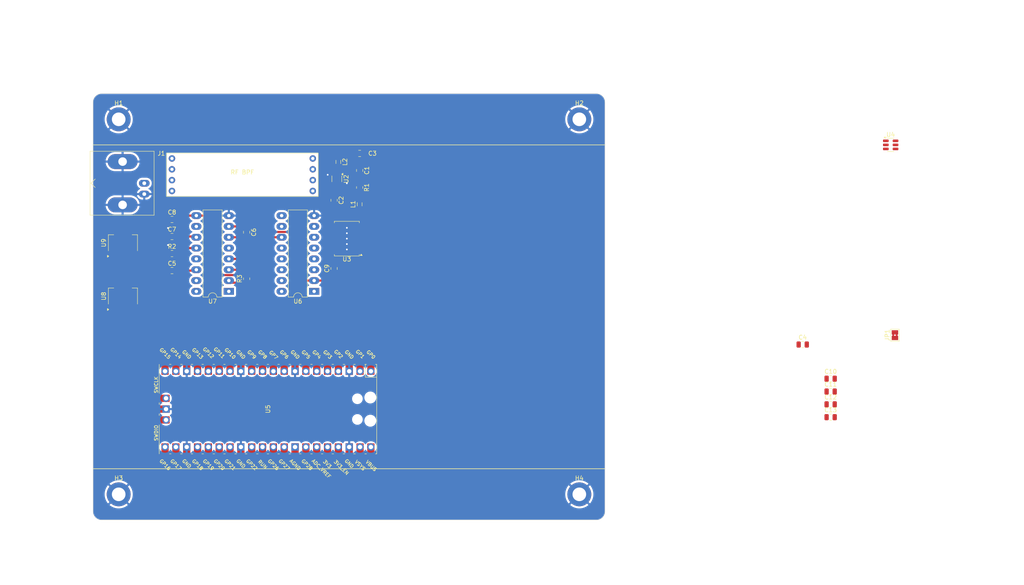
<source format=kicad_pcb>
(kicad_pcb (version 20240108) (generator "pcbnew") (generator_version "8.0")
  (title_block (title "MSR-20") (date "2024-03-29") (rev "1"))
  (layers (0 "F.Cu" signal) (31 "B.Cu" signal) (34 "B.Paste" user) (35 "F.Paste" user) (36 "B.SilkS" user "B.Silkscreen") (37 "F.SilkS" user "F.Silkscreen") (38 "B.Mask" user) (39 "F.Mask" user) (44 "Edge.Cuts" user))
  (net 0 "")
  (net 1 "GND")
  (net 2 "Net-(J1-In)")
  (net 3 "Net-(C3-Pad1)")
  (net 4 "Net-(U2-OUT)")
  (net 5 "Net-(U2-IN)")
  (net 6 "ADC-SCK")
  (net 7 "ADC-CS")
  (net 8 "+3.3V")
  (net 9 "Net-(C1-Pad2)")
  (net 10 "ADC-SDA")
  (net 11 "Net-(U6-Qd)")
  (net 13 "+5V")
  (net 18 "Net-(U6-CLK)")
  (net 22 "Net-(U7-SIG)")
  (net 23 "Net-(U7-VCO-I)")
  (net 25 "Net-(U7-C1A)")
  (net 27 "Net-(U7-PC1)")
  (net 29 "Net-(U7-R2)")
  (net 30 "Net-(U7-C1B)")
  (net 31 "Net-(U7-R1)")
  (net 34 "VIN")
  (net 35 "Net-(U3-RF)")
  (net 36 "Net-(U3-IF)")
  (net 38 "/Phase-Locked Loop/PLL-IN")
  (net 39 "/Phase-Locked Loop/PLL-OUT")
  (net 46 "Net-(JP1-A)")
  (footprint "RF_Mini-Circuits:Mini-Circuits_CD636_H4.11mm" (layer "F.Cu") (at 99.5 84 180)
    (property "Reference" "U3" (at 0 -4.826 180) (layer "F.SilkS"))
    (property "Value" "ADE-1+")
    (pad "1" smd rect (at -2.54 -2.54 180) (size 2.54 1.65) (layers "F.Cu" "F.Paste" "F.Mask") (net 1 "GND"))
    (pad "2" smd rect (at -2.54 0 180) (size 2.54 1.65) (layers "F.Cu" "F.Paste" "F.Mask") (net 36 "Net-(U3-IF)"))
    (pad "3" smd rect (at -2.54 2.54 180) (size 2.54 1.65) (layers "F.Cu" "F.Paste" "F.Mask") (net 35 "Net-(U3-RF)"))
    (pad "4" smd rect (at 2.54 2.54 180) (size 2.54 1.65) (layers "F.Cu" "F.Paste" "F.Mask") (net 1 "GND"))
    (pad "5" smd rect (at 2.54 0 180) (size 2.54 1.65) (layers "F.Cu" "F.Paste" "F.Mask") (net 1 "GND"))
    (pad "6" smd rect (at 2.54 -2.54 180) (size 2.54 1.65) (layers "F.Cu" "F.Paste" "F.Mask") (net 39 "/Phase-Locked Loop/PLL-OUT"))
  )
  (footprint "Capacitor_SMD:C_0805_2012Metric" (layer "F.Cu") (at 96.5 75 -90)
    (property "Reference" "C2" (at 0 -1.68 90) (layer "F.SilkS"))
    (property "Value" "2.2u")
    (pad "1" smd roundrect (at -0.95 0 270) (size 1 1.45) (layers "F.Cu" "F.Paste" "F.Mask") (net 4 "Net-(U2-OUT)"))
    (pad "2" smd roundrect (at 0.95 0 270) (size 1 1.45) (layers "F.Cu" "F.Paste" "F.Mask") (net 35 "Net-(U3-RF)"))
  )
  (footprint "MCU_RaspberryPi_and_Boards:RPi_Pico_SMD_TH" (layer "F.Cu") (at 81 124 -90)
    (property "Reference" "U5" (at 0 0 90) (layer "F.SilkS"))
    (property "Value" "Pico")
    (fp_text user "GP3" (at -12.8 -13.97 135) (layer "F.SilkS") (effects (font (size 0.8 0.8))))
    (fp_text user "GP7" (at -12.7 -1.3 135) (layer "F.SilkS") (effects (font (size 0.8 0.8))))
    (fp_text user "GP11" (at -13.2 11.43 135) (layer "F.SilkS") (effects (font (size 0.8 0.8))))
    (fp_text user "GP15" (at -13.054 24.13 135) (layer "F.SilkS") (effects (font (size 0.8 0.8))))
    (fp_text user "VSYS" (at 13.2 -21.59 135) (layer "F.SilkS") (effects (font (size 0.8 0.8))))
    (fp_text user "SWCLK" (at -5.7 26.2 90) (layer "F.SilkS") (effects (font (size 0.8 0.8))))
    (fp_text user "GP20" (at 13.054 11.43 135) (layer "F.SilkS") (effects (font (size 0.8 0.8))))
    (fp_text user "VBUS" (at 13.3 -24.2 135) (layer "F.SilkS") (effects (font (size 0.8 0.8))))
    (fp_text user "GP12" (at -13.2 13.97 135) (layer "F.SilkS") (effects (font (size 0.8 0.8))))
    (fp_text user "GP21" (at 13.054 8.9 135) (layer "F.SilkS") (effects (font (size 0.8 0.8))))
    (fp_text user "GP2" (at -12.9 -16.51 135) (layer "F.SilkS") (effects (font (size 0.8 0.8))))
    (fp_text user "GND" (at 12.8 -19.05 135) (layer "F.SilkS") (effects (font (size 0.8 0.8))))
    (fp_text user "GP4" (at -12.8 -11.43 135) (layer "F.SilkS") (effects (font (size 0.8 0.8))))
    (fp_text user "GP17" (at 13.054 21.59 135) (layer "F.SilkS") (effects (font (size 0.8 0.8))))
    (fp_text user "GP13" (at -13.054 16.51 135) (layer "F.SilkS") (effects (font (size 0.8 0.8))))
    (fp_text user "GP22" (at 13.054 3.81 135) (layer "F.SilkS") (effects (font (size 0.8 0.8))))
    (fp_text user "GP18" (at 13.054 16.51 135) (layer "F.SilkS") (effects (font (size 0.8 0.8))))
    (fp_text user "GP10" (at -13.054 8.89 135) (layer "F.SilkS") (effects (font (size 0.8 0.8))))
    (fp_text user "GP14" (at -13.1 21.59 135) (layer "F.SilkS") (effects (font (size 0.8 0.8))))
    (fp_text user "GP6" (at -12.8 -3.81 135) (layer "F.SilkS") (effects (font (size 0.8 0.8))))
    (fp_text user "GP19" (at 13.054 13.97 135) (layer "F.SilkS") (effects (font (size 0.8 0.8))))
    (fp_text user "GP16" (at 13.054 24.13 135) (layer "F.SilkS") (effects (font (size 0.8 0.8))))
    (fp_text user "GND" (at -12.8 -19.05 135) (layer "F.SilkS") (effects (font (size 0.8 0.8))))
    (fp_text user "GND" (at 12.8 6.35 135) (layer "F.SilkS") (effects (font (size 0.8 0.8))))
    (fp_text user "ADC_VREF" (at 14 -12.5 135) (layer "F.SilkS") (effects (font (size 0.8 0.8))))
    (fp_text user "GND" (at -12.8 6.35 135) (layer "F.SilkS") (effects (font (size 0.8 0.8))))
    (fp_text user "GND" (at -12.8 19.05 135) (layer "F.SilkS") (effects (font (size 0.8 0.8))))
    (fp_text user "GP28" (at 13.054 -9.144 135) (layer "F.SilkS") (effects (font (size 0.8 0.8))))
    (fp_text user "3V3" (at 12.9 -13.9 135) (layer "F.SilkS") (effects (font (size 0.8 0.8))))
    (fp_text user "3V3_EN" (at 13.7 -17.2 135) (layer "F.SilkS") (effects (font (size 0.8 0.8))))
    (fp_text user "GP5" (at -12.8 -8.89 135) (layer "F.SilkS") (effects (font (size 0.8 0.8))))
    (fp_text user "GND" (at -12.8 -6.35 135) (layer "F.SilkS") (effects (font (size 0.8 0.8))))
    (fp_text user "AGND" (at 13.054 -6.35 135) (layer "F.SilkS") (effects (font (size 0.8 0.8))))
    (fp_text user "GP8" (at -12.8 1.27 135) (layer "F.SilkS") (effects (font (size 0.8 0.8))))
    (fp_text user "GP1" (at -12.9 -21.6 135) (layer "F.SilkS") (effects (font (size 0.8 0.8))))
    (fp_text user "GP26" (at 13.054 -1.27 135) (layer "F.SilkS") (effects (font (size 0.8 0.8))))
    (fp_text user "GP9" (at -12.8 3.81 135) (layer "F.SilkS") (effects (font (size 0.8 0.8))))
    (fp_text user "RUN" (at 13 1.27 135) (layer "F.SilkS") (effects (font (size 0.8 0.8))))
    (fp_text user "GP27" (at 13.054 -3.8 135) (layer "F.SilkS") (effects (font (size 0.8 0.8))))
    (fp_text user "GP0" (at -12.8 -24.13 135) (layer "F.SilkS") (effects (font (size 0.8 0.8))))
    (fp_text user "SWDIO" (at 5.6 26.2 90) (layer "F.SilkS") (effects (font (size 0.8 0.8))))
    (fp_text user "GND" (at 12.8 19.05 135) (layer "F.SilkS") (effects (font (size 0.8 0.8))))
    (pad "" np_thru_hole oval (at -2.725 -24 270) (size 1.8 1.8) (drill 1.8) (layers "*.Cu" "*.Mask"))
    (pad "" np_thru_hole oval (at -2.425 -20.97 270) (size 1.5 1.5) (drill 1.5) (layers "*.Cu" "*.Mask"))
    (pad "" np_thru_hole oval (at 2.425 -20.97 270) (size 1.5 1.5) (drill 1.5) (layers "*.Cu" "*.Mask"))
    (pad "" np_thru_hole oval (at 2.725 -24 270) (size 1.8 1.8) (drill 1.8) (layers "*.Cu" "*.Mask"))
    (pad "1" thru_hole oval (at -8.89 -24.13 270) (size 1.7 1.7) (drill 1.02) (layers "*.Cu" "*.Mask"))
    (pad "1" smd rect (at -8.89 -24.13 270) (size 3.5 1.7) (drill (offset -0.9 0)) (layers "F.Cu" "F.Mask"))
    (pad "2" thru_hole oval (at -8.89 -21.59 270) (size 1.7 1.7) (drill 1.02) (layers "*.Cu" "*.Mask"))
    (pad "2" smd rect (at -8.89 -21.59 270) (size 3.5 1.7) (drill (offset -0.9 0)) (layers "F.Cu" "F.Mask"))
    (pad "3" thru_hole rect (at -8.89 -19.05 270) (size 1.7 1.7) (drill 1.02) (layers "*.Cu" "*.Mask") (net 1 "GND"))
    (pad "3" smd rect (at -8.89 -19.05 270) (size 3.5 1.7) (drill (offset -0.9 0)) (layers "F.Cu" "F.Mask") (net 1 "GND"))
    (pad "4" thru_hole oval (at -8.89 -16.51 270) (size 1.7 1.7) (drill 1.02) (layers "*.Cu" "*.Mask"))
    (pad "4" smd rect (at -8.89 -16.51 270) (size 3.5 1.7) (drill (offset -0.9 0)) (layers "F.Cu" "F.Mask"))
    (pad "5" thru_hole oval (at -8.89 -13.97 270) (size 1.7 1.7) (drill 1.02) (layers "*.Cu" "*.Mask"))
    (pad "5" smd rect (at -8.89 -13.97 270) (size 3.5 1.7) (drill (offset -0.9 0)) (layers "F.Cu" "F.Mask"))
    (pad "6" thru_hole oval (at -8.89 -11.43 270) (size 1.7 1.7) (drill 1.02) (layers "*.Cu" "*.Mask"))
    (pad "6" smd rect (at -8.89 -11.43 270) (size 3.5 1.7) (drill (offset -0.9 0)) (layers "F.Cu" "F.Mask"))
    (pad "7" thru_hole oval (at -8.89 -8.89 270) (size 1.7 1.7) (drill 1.02) (layers "*.Cu" "*.Mask"))
    (pad "7" smd rect (at -8.89 -8.89 270) (size 3.5 1.7) (drill (offset -0.9 0)) (layers "F.Cu" "F.Mask"))
    (pad "8" thru_hole rect (at -8.89 -6.35 270) (size 1.7 1.7) (drill 1.02) (layers "*.Cu" "*.Mask") (net 1 "GND"))
    (pad "8" smd rect (at -8.89 -6.35 270) (size 3.5 1.7) (drill (offset -0.9 0)) (layers "F.Cu" "F.Mask") (net 1 "GND"))
    (pad "9" thru_hole oval (at -8.89 -3.81 270) (size 1.7 1.7) (drill 1.02) (layers "*.Cu" "*.Mask"))
    (pad "9" smd rect (at -8.89 -3.81 270) (size 3.5 1.7) (drill (offset -0.9 0)) (layers "F.Cu" "F.Mask"))
    (pad "10" thru_hole oval (at -8.89 -1.27 270) (size 1.7 1.7) (drill 1.02) (layers "*.Cu" "*.Mask"))
    (pad "10" smd rect (at -8.89 -1.27 270) (size 3.5 1.7) (drill (offset -0.9 0)) (layers "F.Cu" "F.Mask"))
    (pad "11" thru_hole oval (at -8.89 1.27 270) (size 1.7 1.7) (drill 1.02) (layers "*.Cu" "*.Mask"))
    (pad "11" smd rect (at -8.89 1.27 270) (size 3.5 1.7) (drill (offset -0.9 0)) (layers "F.Cu" "F.Mask"))
    (pad "12" thru_hole oval (at -8.89 3.81 270) (size 1.7 1.7) (drill 1.02) (layers "*.Cu" "*.Mask"))
    (pad "12" smd rect (at -8.89 3.81 270) (size 3.5 1.7) (drill (offset -0.9 0)) (layers "F.Cu" "F.Mask"))
    (pad "13" thru_hole rect (at -8.89 6.35 270) (size 1.7 1.7) (drill 1.02) (layers "*.Cu" "*.Mask") (net 1 "GND"))
    (pad "13" smd rect (at -8.89 6.35 270) (size 3.5 1.7) (drill (offset -0.9 0)) (layers "F.Cu" "F.Mask") (net 1 "GND"))
    (pad "14" thru_hole oval (at -8.89 8.89 270) (size 1.7 1.7) (drill 1.02) (layers "*.Cu" "*.Mask"))
    (pad "14" smd rect (at -8.89 8.89 270) (size 3.5 1.7) (drill (offset -0.9 0)) (layers "F.Cu" "F.Mask"))
    (pad "15" thru_hole oval (at -8.89 11.43 270) (size 1.7 1.7) (drill 1.02) (layers "*.Cu" "*.Mask"))
    (pad "15" smd rect (at -8.89 11.43 270) (size 3.5 1.7) (drill (offset -0.9 0)) (layers "F.Cu" "F.Mask"))
    (pad "16" thru_hole oval (at -8.89 13.97 270) (size 1.7 1.7) (drill 1.02) (layers "*.Cu" "*.Mask"))
    (pad "16" smd rect (at -8.89 13.97 270) (size 3.5 1.7) (drill (offset -0.9 0)) (layers "F.Cu" "F.Mask"))
    (pad "17" thru_hole oval (at -8.89 16.51 270) (size 1.7 1.7) (drill 1.02) (layers "*.Cu" "*.Mask"))
    (pad "17" smd rect (at -8.89 16.51 270) (size 3.5 1.7) (drill (offset -0.9 0)) (layers "F.Cu" "F.Mask"))
    (pad "18" thru_hole rect (at -8.89 19.05 270) (size 1.7 1.7) (drill 1.02) (layers "*.Cu" "*.Mask") (net 1 "GND"))
    (pad "18" smd rect (at -8.89 19.05 270) (size 3.5 1.7) (drill (offset -0.9 0)) (layers "F.Cu" "F.Mask") (net 1 "GND"))
    (pad "19" thru_hole oval (at -8.89 21.59 270) (size 1.7 1.7) (drill 1.02) (layers "*.Cu" "*.Mask"))
    (pad "19" smd rect (at -8.89 21.59 270) (size 3.5 1.7) (drill (offset -0.9 0)) (layers "F.Cu" "F.Mask"))
    (pad "20" thru_hole oval (at -8.89 24.13 270) (size 1.7 1.7) (drill 1.02) (layers "*.Cu" "*.Mask"))
    (pad "20" smd rect (at -8.89 24.13 270) (size 3.5 1.7) (drill (offset -0.9 0)) (layers "F.Cu" "F.Mask"))
    (pad "21" thru_hole oval (at 8.89 24.13 270) (size 1.7 1.7) (drill 1.02) (layers "*.Cu" "*.Mask") (net 10 "ADC-SDA"))
    (pad "21" smd rect (at 8.89 24.13 270) (size 3.5 1.7) (drill (offset 0.9 0)) (layers "F.Cu" "F.Mask") (net 10 "ADC-SDA"))
    (pad "22" thru_hole oval (at 8.89 21.59 270) (size 1.7 1.7) (drill 1.02) (layers "*.Cu" "*.Mask"))
    (pad "22" smd rect (at 8.89 21.59 270) (size 3.5 1.7) (drill (offset 0.9 0)) (layers "F.Cu" "F.Mask"))
    (pad "23" thru_hole rect (at 8.89 19.05 270) (size 1.7 1.7) (drill 1.02) (layers "*.Cu" "*.Mask") (net 1 "GND"))
    (pad "23" smd rect (at 8.89 19.05 270) (size 3.5 1.7) (drill (offset 0.9 0)) (layers "F.Cu" "F.Mask") (net 1 "GND"))
    (pad "24" thru_hole oval (at 8.89 16.51 270) (size 1.7 1.7) (drill 1.02) (layers "*.Cu" "*.Mask") (net 6 "ADC-SCK"))
    (pad "24" smd rect (at 8.89 16.51 270) (size 3.5 1.7) (drill (offset 0.9 0)) (layers "F.Cu" "F.Mask") (net 6 "ADC-SCK"))
    (pad "25" thru_hole oval (at 8.89 13.97 270) (size 1.7 1.7) (drill 1.02) (layers "*.Cu" "*.Mask") (net 7 "ADC-CS"))
    (pad "25" smd rect (at 8.89 13.97 270) (size 3.5 1.7) (drill (offset 0.9 0)) (layers "F.Cu" "F.Mask") (net 7 "ADC-CS"))
    (pad "26" thru_hole oval (at 8.89 11.43 270) (size 1.7 1.7) (drill 1.02) (layers "*.Cu" "*.Mask"))
    (pad "26" smd rect (at 8.89 11.43 270) (size 3.5 1.7) (drill (offset 0.9 0)) (layers "F.Cu" "F.Mask"))
    (pad "27" thru_hole oval (at 8.89 8.89 270) (size 1.7 1.7) (drill 1.02) (layers "*.Cu" "*.Mask"))
    (pad "27" smd rect (at 8.89 8.89 270) (size 3.5 1.7) (drill (offset 0.9 0)) (layers "F.Cu" "F.Mask"))
    (pad "28" thru_hole rect (at 8.89 6.35 270) (size 1.7 1.7) (drill 1.02) (layers "*.Cu" "*.Mask") (net 1 "GND"))
    (pad "28" smd rect (at 8.89 6.35 270) (size 3.5 1.7) (drill (offset 0.9 0)) (layers "F.Cu" "F.Mask") (net 1 "GND"))
    (pad "29" thru_hole oval (at 8.89 3.81 270) (size 1.7 1.7) (drill 1.02) (layers "*.Cu" "*.Mask"))
    (pad "29" smd rect (at 8.89 3.81 270) (size 3.5 1.7) (drill (offset 0.9 0)) (layers "F.Cu" "F.Mask"))
    (pad "30" thru_hole oval (at 8.89 1.27 270) (size 1.7 1.7) (drill 1.02) (layers "*.Cu" "*.Mask"))
    (pad "30" smd rect (at 8.89 1.27 270) (size 3.5 1.7) (drill (offset 0.9 0)) (layers "F.Cu" "F.Mask"))
    (pad "31" thru_hole oval (at 8.89 -1.27 270) (size 1.7 1.7) (drill 1.02) (layers "*.Cu" "*.Mask"))
    (pad "31" smd rect (at 8.89 -1.27 270) (size 3.5 1.7) (drill (offset 0.9 0)) (layers "F.Cu" "F.Mask"))
    (pad "32" thru_hole oval (at 8.89 -3.81 270) (size 1.7 1.7) (drill 1.02) (layers "*.Cu" "*.Mask"))
    (pad "32" smd rect (at 8.89 -3.81 270) (size 3.5 1.7) (drill (offset 0.9 0)) (layers "F.Cu" "F.Mask"))
    (pad "33" thru_hole rect (at 8.89 -6.35 270) (size 1.7 1.7) (drill 1.02) (layers "*.Cu" "*.Mask") (net 46 "Net-(JP1-A)"))
    (pad "33" smd rect (at 8.89 -6.35 270) (size 3.5 1.7) (drill (offset 0.9 0)) (layers "F.Cu" "F.Mask") (net 46 "Net-(JP1-A)"))
    (pad "34" thru_hole oval (at 8.89 -8.89 270) (size 1.7 1.7) (drill 1.02) (layers "*.Cu" "*.Mask"))
    (pad "34" smd rect (at 8.89 -8.89 270) (size 3.5 1.7) (drill (offset 0.9 0)) (layers "F.Cu" "F.Mask"))
    (pad "35" thru_hole oval (at 8.89 -11.43 270) (size 1.7 1.7) (drill 1.02) (layers "*.Cu" "*.Mask"))
    (pad "35" smd rect (at 8.89 -11.43 270) (size 3.5 1.7) (drill (offset 0.9 0)) (layers "F.Cu" "F.Mask"))
    (pad "36" thru_hole oval (at 8.89 -13.97 270) (size 1.7 1.7) (drill 1.02) (layers "*.Cu" "*.Mask"))
    (pad "36" smd rect (at 8.89 -13.97 270) (size 3.5 1.7) (drill (offset 0.9 0)) (layers "F.Cu" "F.Mask"))
    (pad "37" thru_hole oval (at 8.89 -16.51 270) (size 1.7 1.7) (drill 1.02) (layers "*.Cu" "*.Mask"))
    (pad "37" smd rect (at 8.89 -16.51 270) (size 3.5 1.7) (drill (offset 0.9 0)) (layers "F.Cu" "F.Mask"))
    (pad "38" thru_hole rect (at 8.89 -19.05 270) (size 1.7 1.7) (drill 1.02) (layers "*.Cu" "*.Mask") (net 1 "GND"))
    (pad "38" smd rect (at 8.89 -19.05 270) (size 3.5 1.7) (drill (offset 0.9 0)) (layers "F.Cu" "F.Mask") (net 1 "GND"))
    (pad "39" thru_hole oval (at 8.89 -21.59 270) (size 1.7 1.7) (drill 1.02) (layers "*.Cu" "*.Mask"))
    (pad "39" smd rect (at 8.89 -21.59 270) (size 3.5 1.7) (drill (offset 0.9 0)) (layers "F.Cu" "F.Mask"))
    (pad "40" thru_hole oval (at 8.89 -24.13 270) (size 1.7 1.7) (drill 1.02) (layers "*.Cu" "*.Mask"))
    (pad "40" smd rect (at 8.89 -24.13 270) (size 3.5 1.7) (drill (offset 0.9 0)) (layers "F.Cu" "F.Mask"))
    (pad "41" thru_hole oval (at -2.54 23.9 270) (size 1.7 1.7) (drill 1.02) (layers "*.Cu" "*.Mask"))
    (pad "41" smd rect (at -2.54 23.9) (size 3.5 1.7) (drill (offset -0.9 0)) (layers "F.Cu" "F.Mask"))
    (pad "42" thru_hole rect (at 0 23.9 270) (size 1.7 1.7) (drill 1.02) (layers "*.Cu" "*.Mask") (net 1 "GND"))
    (pad "42" smd rect (at 0 23.9) (size 3.5 1.7) (drill (offset -0.9 0)) (layers "F.Cu" "F.Mask") (net 1 "GND"))
    (pad "43" thru_hole oval (at 2.54 23.9 270) (size 1.7 1.7) (drill 1.02) (layers "*.Cu" "*.Mask"))
    (pad "43" smd rect (at 2.54 23.9) (size 3.5 1.7) (drill (offset -0.9 0)) (layers "F.Cu" "F.Mask"))
  )
  (footprint "Capacitor_SMD:C_0805_2012Metric" (layer "F.Cu") (at 212.925 116.865)
    (property "Reference" "C10" (at 0 -1.68 0) (layer "F.SilkS"))
    (property "Value" "1u")
    (pad "1" smd roundrect (at -0.95 0) (size 1 1.45) (layers "F.Cu" "F.Paste" "F.Mask") (net 34 "VIN"))
    (pad "2" smd roundrect (at 0.95 0) (size 1 1.45) (layers "F.Cu" "F.Paste" "F.Mask") (net 1 "GND"))
  )
  (footprint "Package_TO_SOT_SMD:SOT-23-6" (layer "F.Cu") (at 227 62)
    (property "Reference" "U4" (at 0 -2.4 0) (layer "F.SilkS"))
    (property "Value" "AD7478")
    (pad "1" smd roundrect (at -1.1375 -0.95) (size 1.325 0.6) (layers "F.Cu" "F.Paste" "F.Mask") (net 8 "+3.3V"))
    (pad "2" smd roundrect (at -1.1375 0) (size 1.325 0.6) (layers "F.Cu" "F.Paste" "F.Mask") (net 1 "GND"))
    (pad "3" smd roundrect (at -1.1375 0.95) (size 1.325 0.6) (layers "F.Cu" "F.Paste" "F.Mask"))
    (pad "4" smd roundrect (at 1.1375 0.95) (size 1.325 0.6) (layers "F.Cu" "F.Paste" "F.Mask") (net 6 "ADC-SCK"))
    (pad "5" smd roundrect (at 1.1375 0) (size 1.325 0.6) (layers "F.Cu" "F.Paste" "F.Mask") (net 10 "ADC-SDA"))
    (pad "6" smd roundrect (at 1.1375 -0.95) (size 1.325 0.6) (layers "F.Cu" "F.Paste" "F.Mask") (net 7 "ADC-CS"))
  )
  (footprint "Inductor_SMD:L_0805_2012Metric" (layer "F.Cu") (at 102.5 75.9375 90)
    (property "Reference" "L1" (at 0 -1.55 270) (layer "F.SilkS"))
    (property "Value" "5.1n")
    (pad "1" smd roundrect (at -1.0625 0 90) (size 0.875 1.2) (layers "F.Cu" "F.Paste" "F.Mask") (net 8 "+3.3V"))
    (pad "2" smd roundrect (at 1.0625 0 90) (size 0.875 1.2) (layers "F.Cu" "F.Paste" "F.Mask") (net 4 "Net-(U2-OUT)"))
  )
  (footprint "MountingHole:MountingHole_3.2mm_M3_DIN965_Pad" (layer "F.Cu") (at 154 144)
    (property "Reference" "H4" (at 0 -3.8 0) (layer "F.SilkS"))
    (property "Value" "MountingHole_Pad")
    (pad "1" thru_hole circle (at 0 0) (size 5.6 5.6) (drill 3.2) (layers "*.Cu" "*.Mask") (net 1 "GND"))
  )
  (footprint "Inductor_SMD:L_0805_2012Metric" (layer "F.Cu") (at 97.5 66 -90)
    (property "Reference" "L2" (at 0 -1.55 90) (layer "F.SilkS"))
    (property "Value" "15u")
    (pad "1" smd roundrect (at -1.0625 0 270) (size 0.875 1.2) (layers "F.Cu" "F.Paste" "F.Mask") (net 3 "Net-(C3-Pad1)"))
    (pad "2" smd roundrect (at 1.0625 0 270) (size 0.875 1.2) (layers "F.Cu" "F.Paste" "F.Mask") (net 5 "Net-(U2-IN)"))
  )
  (footprint "Capacitor_SMD:C_0805_2012Metric" (layer "F.Cu") (at 102.5 68 -90)
    (property "Reference" "C1" (at 0 -1.68 90) (layer "F.SilkS"))
    (property "Value" "200n")
    (pad "1" smd roundrect (at -0.95 0 270) (size 1 1.45) (layers "F.Cu" "F.Paste" "F.Mask") (net 5 "Net-(U2-IN)"))
    (pad "2" smd roundrect (at 0.95 0 270) (size 1 1.45) (layers "F.Cu" "F.Paste" "F.Mask") (net 9 "Net-(C1-Pad2)"))
  )
  (footprint "Resistor_SMD:R_0805_2012Metric" (layer "F.Cu") (at 102.5 72 -90)
    (property "Reference" "R1" (at 0 -1.65 90) (layer "F.SilkS"))
    (property "Value" "1.5k")
    (pad "1" smd roundrect (at -0.9125 0 270) (size 1.025 1.4) (layers "F.Cu" "F.Paste" "F.Mask") (roundrect_rratio 0.243902) (net 9 "Net-(C1-Pad2)"))
    (pad "2" smd roundrect (at 0.9125 0 270) (size 1.025 1.4) (layers "F.Cu" "F.Paste" "F.Mask") (roundrect_rratio 0.243902) (net 4 "Net-(U2-OUT)"))
  )
  (footprint "Capacitor_SMD:C_0805_2012Metric" (layer "F.Cu") (at 212.925 122.885)
    (property "Reference" "C12" (at 0 -1.68 0) (layer "F.SilkS"))
    (property "Value" "1u")
    (pad "1" smd roundrect (at -0.95 0) (size 1 1.45) (layers "F.Cu" "F.Paste" "F.Mask") (net 34 "VIN"))
    (pad "2" smd roundrect (at 0.95 0) (size 1 1.45) (layers "F.Cu" "F.Paste" "F.Mask") (net 1 "GND"))
  )
  (footprint "Jumper:SolderJumper-2_P1.3mm_Bridged2Bar_Pad1.0x1.5mm" (layer "F.Cu") (at 228 106.65 90)
    (property "Reference" "JP1" (at 0 -1.8 270) (layer "F.SilkS"))
    (property "Value" "SolderJumper_2_Open")
    (fp_poly (pts (xy -0.25 -0.6) (xy 0.25 -0.6) (xy 0.25 -0.2) (xy -0.25 -0.2)) (fill solid) (layer "F.Cu"))
    (fp_poly (pts (xy -0.25 0.2) (xy 0.25 0.2) (xy 0.25 0.6) (xy -0.25 0.6)) (fill solid) (layer "F.Cu"))
    (pad "1" smd rect (at -0.65 0 90) (size 1 1.5) (layers "F.Cu" "F.Mask") (net 46 "Net-(JP1-A)"))
    (pad "2" smd rect (at 0.65 0 90) (size 1 1.5) (layers "F.Cu" "F.Mask") (net 1 "GND"))
  )
  (footprint "Capacitor_SMD:C_0805_2012Metric" (layer "F.Cu") (at 96.5 91 90)
    (property "Reference" "C9" (at 0 -1.68 270) (layer "F.SilkS"))
    (property "Value" "1n")
    (pad "1" smd roundrect (at -0.95 0 90) (size 1 1.45) (layers "F.Cu" "F.Paste" "F.Mask") (net 18 "Net-(U6-CLK)"))
    (pad "2" smd roundrect (at 0.95 0 90) (size 1 1.45) (layers "F.Cu" "F.Paste" "F.Mask") (net 39 "/Phase-Locked Loop/PLL-OUT"))
  )
  (footprint "Capacitor_SMD:C_0805_2012Metric" (layer "F.Cu") (at 76 82.5 -90)
    (property "Reference" "C6" (at 0 -1.68 90) (layer "F.SilkS"))
    (property "Value" "47p")
    (pad "1" smd roundrect (at -0.95 0 270) (size 1 1.45) (layers "F.Cu" "F.Paste" "F.Mask") (net 30 "Net-(U7-C1B)"))
    (pad "2" smd roundrect (at 0.95 0 270) (size 1 1.45) (layers "F.Cu" "F.Paste" "F.Mask") (net 25 "Net-(U7-C1A)"))
  )
  (footprint "msr20:RF-BPF" (layer "F.Cu") (at 75 60.11)
    (property "Reference" "U1" (hide yes))
    (property "Value" "RF-BPF" (hide yes))
    (fp_text user "RF BPF" (at 0 8.89 0) (layer "F.SilkS") (effects (justify bottom)))
    (pad "1" thru_hole circle (at -16.51 5.08) (size 1.524 1.524) (drill 0.762) (layers "*.Cu" "*.Mask") (net 2 "Net-(J1-In)"))
    (pad "2" thru_hole circle (at -16.51 7.62) (size 1.524 1.524) (drill 0.762) (layers "*.Cu" "*.Mask") (net 2 "Net-(J1-In)"))
    (pad "3" thru_hole circle (at -16.51 10.16) (size 1.524 1.524) (drill 0.762) (layers "*.Cu" "*.Mask") (net 1 "GND"))
    (pad "4" thru_hole circle (at -16.51 12.7) (size 1.524 1.524) (drill 0.762) (layers "*.Cu" "*.Mask") (net 1 "GND"))
    (pad "5" thru_hole circle (at 16.51 12.7) (size 1.524 1.524) (drill 0.762) (layers "*.Cu" "*.Mask") (net 1 "GND"))
    (pad "6" thru_hole circle (at 16.51 10.16) (size 1.524 1.524) (drill 0.762) (layers "*.Cu" "*.Mask") (net 1 "GND"))
    (pad "7" thru_hole circle (at 16.51 7.62) (size 1.524 1.524) (drill 0.762) (layers "*.Cu" "*.Mask") (net 3 "Net-(C3-Pad1)"))
    (pad "8" thru_hole circle (at 16.51 5.08) (size 1.524 1.524) (drill 0.762) (layers "*.Cu" "*.Mask") (net 3 "Net-(C3-Pad1)"))
    (zone (net 0) (net_name "") (layers "F&B.Cu") (connect_pads (clearance 0)) (min_thickness 0.25)
      (keepout (tracks not_allowed) (vias not_allowed) (pads not_allowed) (copperpour not_allowed) (footprints allowed))
      (fill (thermal_gap 0.5) (thermal_bridge_width 0.5))
      (polygon (pts (xy 57.22 63.92) (xy 92.78 63.92) (xy 92.78 74.08) (xy 57.22 74.08)))
    )
  )
  (footprint "Capacitor_SMD:C_0805_2012Metric" (layer "F.Cu") (at 206.375 108.845)
    (property "Reference" "C4" (at 0 -1.68 0) (layer "F.SilkS"))
    (property "Value" "C")
    (pad "1" smd roundrect (at -0.95 0) (size 1 1.45) (layers "F.Cu" "F.Paste" "F.Mask") (net 36 "Net-(U3-IF)"))
    (pad "2" smd roundrect (at 0.95 0) (size 1 1.45) (layers "F.Cu" "F.Paste" "F.Mask"))
  )
  (footprint "Resistor_SMD:R_0805_2012Metric" (layer "F.Cu") (at 76 93.4125 90)
    (property "Reference" "R3" (at 0 -1.65 270) (layer "F.SilkS"))
    (property "Value" "33k")
    (pad "1" smd roundrect (at -0.9125 0 90) (size 1.025 1.4) (layers "F.Cu" "F.Paste" "F.Mask") (roundrect_rratio 0.243902) (net 27 "Net-(U7-PC1)"))
    (pad "2" smd roundrect (at 0.9125 0 90) (size 1.025 1.4) (layers "F.Cu" "F.Paste" "F.Mask") (roundrect_rratio 0.243902) (net 23 "Net-(U7-VCO-I)"))
  )
  (footprint "Capacitor_SMD:C_0805_2012Metric" (layer "F.Cu") (at 212.925 125.895)
    (property "Reference" "C13" (at 0 -1.68 0) (layer "F.SilkS"))
    (property "Value" "1u")
    (pad "1" smd roundrect (at -0.95 0) (size 1 1.45) (layers "F.Cu" "F.Paste" "F.Mask") (net 13 "+5V"))
    (pad "2" smd roundrect (at 0.95 0) (size 1 1.45) (layers "F.Cu" "F.Paste" "F.Mask") (net 1 "GND"))
  )
  (footprint "MountingHole:MountingHole_3.2mm_M3_DIN965_Pad" (layer "F.Cu") (at 46 56)
    (property "Reference" "H1" (at 0 -3.8 0) (layer "F.SilkS"))
    (property "Value" "MountingHole_Pad")
    (pad "1" thru_hole circle (at 0 0) (size 5.6 5.6) (drill 3.2) (layers "*.Cu" "*.Mask") (net 1 "GND"))
  )
  (footprint "MountingHole:MountingHole_3.2mm_M3_DIN965_Pad" (layer "F.Cu") (at 154 56)
    (property "Reference" "H2" (at 0 -3.8 0) (layer "F.SilkS"))
    (property "Value" "MountingHole_Pad")
    (pad "1" thru_hole circle (at 0 0) (size 5.6 5.6) (drill 3.2) (layers "*.Cu" "*.Mask") (net 1 "GND"))
  )
  (footprint "Capacitor_SMD:C_0805_2012Metric" (layer "F.Cu") (at 58.5 79.5)
    (property "Reference" "C8" (at 0 -1.68 360) (layer "F.SilkS"))
    (property "Value" "100p")
    (pad "1" smd roundrect (at -0.95 0) (size 1 1.45) (layers "F.Cu" "F.Paste" "F.Mask") (net 1 "GND"))
    (pad "2" smd roundrect (at 0.95 0) (size 1 1.45) (layers "F.Cu" "F.Paste" "F.Mask") (net 23 "Net-(U7-VCO-I)"))
  )
  (footprint "Resistor_SMD:R_0805_2012Metric" (layer "F.Cu") (at 58.5 87.5)
    (property "Reference" "R2" (at 0 -1.65 360) (layer "F.SilkS"))
    (property "Value" "3.3k")
    (pad "1" smd roundrect (at -0.9125 0) (size 1.025 1.4) (layers "F.Cu" "F.Paste" "F.Mask") (roundrect_rratio 0.243902) (net 1 "GND"))
    (pad "2" smd roundrect (at 0.9125 0) (size 1.025 1.4) (layers "F.Cu" "F.Paste" "F.Mask") (roundrect_rratio 0.243902) (net 29 "Net-(U7-R2)"))
  )
  (footprint "Capacitor_SMD:C_0805_2012Metric" (layer "F.Cu") (at 102.5 64)
    (property "Reference" "C3" (at 3 0 360) (layer "F.SilkS"))
    (property "Value" "1.5p")
    (pad "1" smd roundrect (at -0.95 0) (size 1 1.45) (layers "F.Cu" "F.Paste" "F.Mask") (net 3 "Net-(C3-Pad1)"))
    (pad "2" smd roundrect (at 0.95 0) (size 1 1.45) (layers "F.Cu" "F.Paste" "F.Mask") (net 1 "GND"))
  )
  (footprint "Package_DIP:DIP-16_W7.62mm_LongPads" (layer "F.Cu") (at 91.825 96.375 180)
    (property "Reference" "U6" (at 3.81 -2.33 180) (layer "F.SilkS"))
    (property "Value" "74LS163")
    (pad "1" thru_hole rect (at 0 0 180) (size 2.4 1.6) (drill 0.8) (layers "*.Cu" "*.Mask") (net 13 "+5V"))
    (pad "2" thru_hole oval (at 0 2.54 180) (size 2.4 1.6) (drill 0.8) (layers "*.Cu" "*.Mask") (net 18 "Net-(U6-CLK)"))
    (pad "3" thru_hole oval (at 0 5.08 180) (size 2.4 1.6) (drill 0.8) (layers "*.Cu" "*.Mask"))
    (pad "4" thru_hole oval (at 0 7.62 180) (size 2.4 1.6) (drill 0.8) (layers "*.Cu" "*.Mask"))
    (pad "5" thru_hole oval (at 0 10.16 180) (size 2.4 1.6) (drill 0.8) (layers "*.Cu" "*.Mask"))
    (pad "6" thru_hole oval (at 0 12.7 180) (size 2.4 1.6) (drill 0.8) (layers "*.Cu" "*.Mask"))
    (pad "7" thru_hole oval (at 0 15.24 180) (size 2.4 1.6) (drill 0.8) (layers "*.Cu" "*.Mask") (net 13 "+5V"))
    (pad "8" thru_hole oval (at 0 17.78 180) (size 2.4 1.6) (drill 0.8) (layers "*.Cu" "*.Mask") (net 1 "GND"))
    (pad "9" thru_hole oval (at 7.62 17.78 180) (size 2.4 1.6) (drill 0.8) (layers "*.Cu" "*.Mask") (net 13 "+5V"))
    (pad "10" thru_hole oval (at 7.62 15.24 180) (size 2.4 1.6) (drill 0.8) (layers "*.Cu" "*.Mask") (net 13 "+5V"))
    (pad "11" thru_hole oval (at 7.62 12.7 180) (size 2.4 1.6) (drill 0.8) (layers "*.Cu" "*.Mask") (net 11 "Net-(U6-Qd)"))
    (pad "12" thru_hole oval (at 7.62 10.16 180) (size 2.4 1.6) (drill 0.8) (layers "*.Cu" "*.Mask"))
    (pad "13" thru_hole oval (at 7.62 7.62 180) (size 2.4 1.6) (drill 0.8) (layers "*.Cu" "*.Mask"))
    (pad "14" thru_hole oval (at 7.62 5.08 180) (size 2.4 1.6) (drill 0.8) (layers "*.Cu" "*.Mask"))
    (pad "15" thru_hole oval (at 7.62 2.54 180) (size 2.4 1.6) (drill 0.8) (layers "*.Cu" "*.Mask"))
    (pad "16" thru_hole oval (at 7.62 0 180) (size 2.4 1.6) (drill 0.8) (layers "*.Cu" "*.Mask") (net 13 "+5V"))
  )
  (footprint "Capacitor_SMD:C_0805_2012Metric" (layer "F.Cu") (at 212.925 119.875)
    (property "Reference" "C11" (at 0 -1.68 0) (layer "F.SilkS"))
    (property "Value" "1u")
    (pad "1" smd roundrect (at -0.95 0) (size 1 1.45) (layers "F.Cu" "F.Paste" "F.Mask") (net 8 "+3.3V"))
    (pad "2" smd roundrect (at 0.95 0) (size 1 1.45) (layers "F.Cu" "F.Paste" "F.Mask") (net 1 "GND"))
  )
  (footprint "MountingHole:MountingHole_3.2mm_M3_DIN965_Pad" (layer "F.Cu") (at 46 144)
    (property "Reference" "H3" (at 0 -3.8 0) (layer "F.SilkS"))
    (property "Value" "MountingHole_Pad")
    (pad "1" thru_hole circle (at 0 0) (size 5.6 5.6) (drill 3.2) (layers "*.Cu" "*.Mask") (net 1 "GND"))
  )
  (footprint "Connector_Coaxial:BNC_Amphenol_B6252HB-NPP3G-50_Horizontal" (layer "F.Cu") (at 52 71 90)
    (property "Reference" "J1" (at 7 4 0) (layer "F.SilkS"))
    (property "Value" "Conn_Coaxial")
    (pad "1" thru_hole oval (at 0 0 90) (size 1.6 2.5) (drill 0.89) (layers "*.Cu" "*.Mask") (net 2 "Net-(J1-In)"))
    (pad "2" thru_hole oval (at -5.08 -5.08 90) (size 3.5 7) (drill 2.01) (layers "*.Cu" "*.Mask") (net 1 "GND"))
    (pad "2" thru_hole oval (at -2.54 0 90) (size 1.6 2.5) (drill 0.89) (layers "*.Cu" "*.Mask") (net 1 "GND"))
    (pad "2" thru_hole oval (at 5.08 -5.08 90) (size 3.5 7) (drill 2.01) (layers "*.Cu" "*.Mask") (net 1 "GND"))
  )
  (footprint "Package_TO_SOT_SMD:SOT-223-3_TabPin2" (layer "F.Cu") (at 47 85 90)
    (property "Reference" "U9" (at 0 -4.5 270) (layer "F.SilkS"))
    (property "Value" "NCP1117-5.0_SOT223")
    (pad "1" smd roundrect (at -3.15 -2.3 90) (size 2 1.5) (layers "F.Cu" "F.Paste" "F.Mask") (net 1 "GND"))
    (pad "2" smd roundrect (at -3.15 0 90) (size 2 1.5) (layers "F.Cu" "F.Paste" "F.Mask") (net 13 "+5V"))
    (pad "2" smd roundrect (at 3.15 0 90) (size 2 3.8) (layers "F.Cu" "F.Paste" "F.Mask") (net 13 "+5V"))
    (pad "3" smd roundrect (at -3.15 2.3 90) (size 2 1.5) (layers "F.Cu" "F.Paste" "F.Mask") (net 34 "VIN"))
  )
  (footprint "Capacitor_SMD:C_0805_2012Metric" (layer "F.Cu") (at 58.5 83.5)
    (property "Reference" "C7" (at 0 -1.68 360) (layer "F.SilkS"))
    (property "Value" "1n")
    (pad "1" smd roundrect (at -0.95 0) (size 1 1.45) (layers "F.Cu" "F.Paste" "F.Mask") (net 1 "GND"))
    (pad "2" smd roundrect (at 0.95 0) (size 1 1.45) (layers "F.Cu" "F.Paste" "F.Mask") (net 31 "Net-(U7-R1)"))
  )
  (footprint "Package_TO_SOT_SMD:SOT-223-3_TabPin2" (layer "F.Cu") (at 47 97.5 90)
    (property "Reference" "U8" (at 0 -4.5 270) (layer "F.SilkS"))
    (property "Value" "NCP1117-3.3_SOT223")
    (pad "1" smd roundrect (at -3.15 -2.3 90) (size 2 1.5) (layers "F.Cu" "F.Paste" "F.Mask") (net 1 "GND"))
    (pad "2" smd roundrect (at -3.15 0 90) (size 2 1.5) (layers "F.Cu" "F.Paste" "F.Mask") (net 8 "+3.3V"))
    (pad "2" smd roundrect (at 3.15 0 90) (size 2 3.8) (layers "F.Cu" "F.Paste" "F.Mask") (net 8 "+3.3V"))
    (pad "3" smd roundrect (at -3.15 2.3 90) (size 2 1.5) (layers "F.Cu" "F.Paste" "F.Mask") (net 34 "VIN"))
  )
  (footprint "Capacitor_SMD:C_0805_2012Metric" (layer "F.Cu") (at 58.5 91.5)
    (property "Reference" "C5" (at 0 -1.68 360) (layer "F.SilkS"))
    (property "Value" "1n")
    (pad "1" smd roundrect (at -0.95 0) (size 1 1.45) (layers "F.Cu" "F.Paste" "F.Mask") (net 38 "/Phase-Locked Loop/PLL-IN"))
    (pad "2" smd roundrect (at 0.95 0) (size 1 1.45) (layers "F.Cu" "F.Paste" "F.Mask") (net 22 "Net-(U7-SIG)"))
  )
  (footprint "Package_DIP:DIP-16_W7.62mm_LongPads" (layer "F.Cu") (at 71.825 96.375 180)
    (property "Reference" "U7" (at 3.81 -2.33 180) (layer "F.SilkS"))
    (property "Value" "CD74HC4046")
    (pad "1" thru_hole rect (at 0 0 180) (size 2.4 1.6) (drill 0.8) (layers "*.Cu" "*.Mask"))
    (pad "2" thru_hole oval (at 0 2.54 180) (size 2.4 1.6) (drill 0.8) (layers "*.Cu" "*.Mask") (net 27 "Net-(U7-PC1)"))
    (pad "3" thru_hole oval (at 0 5.08 180) (size 2.4 1.6) (drill 0.8) (layers "*.Cu" "*.Mask") (net 11 "Net-(U6-Qd)"))
    (pad "4" thru_hole oval (at 0 7.62 180) (size 2.4 1.6) (drill 0.8) (layers "*.Cu" "*.Mask") (net 18 "Net-(U6-CLK)"))
    (pad "5" thru_hole oval (at 0 10.16 180) (size 2.4 1.6) (drill 0.8) (layers "*.Cu" "*.Mask"))
    (pad "6" thru_hole oval (at 0 12.7 180) (size 2.4 1.6) (drill 0.8) (layers "*.Cu" "*.Mask") (net 25 "Net-(U7-C1A)"))
    (pad "7" thru_hole oval (at 0 15.24 180) (size 2.4 1.6) (drill 0.8) (layers "*.Cu" "*.Mask") (net 30 "Net-(U7-C1B)"))
    (pad "8" thru_hole oval (at 0 17.78 180) (size 2.4 1.6) (drill 0.8) (layers "*.Cu" "*.Mask") (net 1 "GND"))
    (pad "9" thru_hole oval (at 7.62 17.78 180) (size 2.4 1.6) (drill 0.8) (layers "*.Cu" "*.Mask") (net 23 "Net-(U7-VCO-I)"))
    (pad "10" thru_hole oval (at 7.62 15.24 180) (size 2.4 1.6) (drill 0.8) (layers "*.Cu" "*.Mask"))
    (pad "11" thru_hole oval (at 7.62 12.7 180) (size 2.4 1.6) (drill 0.8) (layers "*.Cu" "*.Mask") (net 31 "Net-(U7-R1)"))
    (pad "12" thru_hole oval (at 7.62 10.16 180) (size 2.4 1.6) (drill 0.8) (layers "*.Cu" "*.Mask") (net 29 "Net-(U7-R2)"))
    (pad "13" thru_hole oval (at 7.62 7.62 180) (size 2.4 1.6) (drill 0.8) (layers "*.Cu" "*.Mask"))
    (pad "14" thru_hole oval (at 7.62 5.08 180) (size 2.4 1.6) (drill 0.8) (layers "*.Cu" "*.Mask") (net 22 "Net-(U7-SIG)"))
    (pad "15" thru_hole oval (at 7.62 2.54 180) (size 2.4 1.6) (drill 0.8) (layers "*.Cu" "*.Mask"))
    (pad "16" thru_hole oval (at 7.62 0 180) (size 2.4 1.6) (drill 0.8) (layers "*.Cu" "*.Mask") (net 13 "+5V"))
  )
  (footprint "msr20:BGA616" (layer "F.Cu") (at 97.1 70.0125 -90)
    (property "Reference" "U2" (at 0 -2.25 90) (layer "F.SilkS"))
    (property "Value" "BGA616")
    (pad "1" smd roundrect (at -1 -0.7 270) (size 0.65 0.4) (layers "F.Cu" "F.Paste" "F.Mask") (net 5 "Net-(U2-IN)"))
    (pad "2" smd roundrect (at -1 0.45 270) (size 0.65 0.7) (layers "F.Cu" "F.Paste" "F.Mask") (net 1 "GND"))
    (pad "3" smd roundrect (at 0.9 0.6 270) (size 0.65 0.4) (layers "F.Cu" "F.Paste" "F.Mask") (net 4 "Net-(U2-OUT)"))
    (pad "4" smd roundrect (at 0.9 -0.7 270) (size 0.65 0.4) (layers "F.Cu" "F.Paste" "F.Mask") (net 1 "GND"))
  )
  (gr_line (start 160 62) (end 40 62) (stroke (width 0.15)) (layer "F.SilkS"))
  (gr_line (start 160 138) (end 40 138) (stroke (width 0.15)) (layer "F.SilkS"))
  (gr_arc (start 160 148) (mid 159.414214 149.414214) (end 158 150) (stroke (width 0.1)) (layer "Edge.Cuts"))
  (gr_line (start 158 150) (end 42 150) (stroke (width 0.1)) (layer "Edge.Cuts"))
  (gr_arc (start 42 150) (mid 40.585786 149.414214) (end 40 148) (stroke (width 0.1)) (layer "Edge.Cuts"))
  (gr_arc (start 158 50) (mid 159.414214 50.585786) (end 160 52) (stroke (width 0.1)) (layer "Edge.Cuts"))
  (gr_arc (start 40 52) (mid 40.585786 50.585786) (end 42 50) (stroke (width 0.1)) (layer "Edge.Cuts"))
  (gr_line (start 160 52) (end 160 148) (stroke (width 0.1)) (layer "Edge.Cuts"))
  (gr_line (start 40 148) (end 40 52) (stroke (width 0.1)) (layer "Edge.Cuts"))
  (gr_line (start 42 50) (end 158 50) (stroke (width 0.1)) (layer "Edge.Cuts"))
  (segment (start 57.55 87.4625) (end 57.5875 87.5) (width 0.5) (layer "F.Cu") (net 1))
  (segment (start 97.8 70.9125) (end 99.4 70.9125) (width 0.5) (layer "F.Cu") (net 1))
  (segment (start 99.4 70.9125) (end 99.5 71.0125) (width 0.5) (layer "F.Cu") (net 1))
  (segment (start 57.55 79.5) (end 57.55 83.5) (width 0.5) (layer "F.Cu") (net 1))
  (segment (start 57.55 83.5) (end 57.55 87.4625) (width 0.5) (layer "F.Cu") (net 1))
  (segment (start 96.65 69.0125) (end 95 69.0125) (width 0.5) (layer "F.Cu") (net 1))
  (via (at 99.5 82.73) (size 0.8) (drill 0.4) (layers "F.Cu" "B.Cu") (net 1))
  (via (at 99.5 86.54) (size 0.8) (drill 0.4) (layers "F.Cu" "B.Cu") (net 1))
  (via (at 95 69.0125) (size 0.8) (drill 0.4) (layers "F.Cu" "B.Cu") (net 1))
  (via (at 99.5 84) (size 0.8) (drill 0.4) (layers "F.Cu" "B.Cu") (net 1))
  (via (at 99.5 85.27) (size 0.8) (drill 0.4) (layers "F.Cu" "B.Cu") (net 1))
  (via (at 57.55 81.5) (size 0.8) (drill 0.4) (layers "F.Cu" "B.Cu") (net 1))
  (via (at 57.55 85.5) (size 0.8) (drill 0.4) (layers "F.Cu" "B.Cu") (net 1))
  (via (at 99.5 81.46) (size 0.8) (drill 0.4) (layers "F.Cu" "B.Cu") (net 1))
  (via (at 99.5 71.0125) (size 0.8) (drill 0.4) (layers "F.Cu" "B.Cu") (net 1))
  (segment (start 99.5 64) (end 101.55 64) (width 0.5) (layer "F.Cu") (net 3))
  (segment (start 97.2475 65.19) (end 97.5 64.9375) (width 0.5) (layer "F.Cu") (net 3))
  (segment (start 98.5625 64.9375) (end 99.5 64) (width 0.5) (layer "F.Cu") (net 3))
  (segment (start 97.5 64.9375) (end 98.5625 64.9375) (width 0.5) (layer "F.Cu") (net 3))
  (segment (start 102.5 72.9125) (end 102.5 74.875) (width 0.5) (layer "F.Cu") (net 4))
  (segment (start 102.5 72.9125) (end 96.5875 72.9125) (width 0.5) (layer "F.Cu") (net 4))
  (segment (start 96.5 73) (end 96.5 71) (width 0.5) (layer "F.Cu") (net 4))
  (segment (start 96.5 74.05) (end 96.5 73) (width 0.5) (layer "F.Cu") (net 4))
  (segment (start 96.5875 72.9125) (end 96.5 73) (width 0.5) (layer "F.Cu") (net 4))
  (segment (start 96.5 71) (end 96.5 70.9125) (width 0.5) (layer "F.Cu") (net 4))
  (segment (start 97.5 67.0625) (end 102.4875 67.0625) (width 0.5) (layer "F.Cu") (net 5))
  (segment (start 102.4875 67.0625) (end 102.5 67.05) (width 0.5) (layer "F.Cu") (net 5))
  (segment (start 97.8 69.0125) (end 97.8 67.3625) (width 0.5) (layer "F.Cu") (net 5))
  (segment (start 97.8 67.3625) (end 97.5 67.0625) (width 0.5) (layer "F.Cu") (net 5))
  (segment (start 102.5 68.95) (end 102.5 71.0875) (width 0.5) (layer "F.Cu") (net 9))
  (segment (start 74.205 91.295) (end 75 90.5) (width 0.5) (layer "F.Cu") (net 11))
  (segment (start 75 90.5) (end 78 90.5) (width 0.5) (layer "F.Cu") (net 11))
  (segment (start 80 88.5) (end 80 85.5) (width 0.5) (layer "F.Cu") (net 11))
  (segment (start 81.825 83.675) (end 84.205 83.675) (width 0.5) (layer "F.Cu") (net 11))
  (segment (start 71.825 91.295) (end 74.205 91.295) (width 0.5) (layer "F.Cu") (net 11))
  (segment (start 80 85.5) (end 81.825 83.675) (width 0.5) (layer "F.Cu") (net 11))
  (segment (start 78 90.5) (end 80 88.5) (width 0.5) (layer "F.Cu") (net 11))
  (segment (start 86.925 82.425) (end 88 83.5) (width 0.5) (layer "F.Cu") (net 18))
  (segment (start 88 83.5) (end 88 92.5) (width 0.5) (layer "F.Cu") (net 18))
  (segment (start 81.075 82.425) (end 86.925 82.425) (width 0.5) (layer "F.Cu") (net 18))
  (segment (start 78 85.5) (end 81.075 82.425) (width 0.5) (layer "F.Cu") (net 18))
  (segment (start 91.825 93.835) (end 95.165 93.835) (width 0.5) (layer "F.Cu") (net 18))
  (segment (start 96.5 92.5) (end 96.5 91.95) (width 0.5) (layer "F.Cu") (net 18))
  (segment (start 88 92.5) (end 89.335 93.835) (width 0.5) (layer "F.Cu") (net 18))
  (segment (start 95.165 93.835) (end 96.5 92.5) (width 0.5) (layer "F.Cu") (net 18))
  (segment (start 89.335 93.835) (end 91.825 93.835) (width 0.5) (layer "F.Cu") (net 18))
  (segment (start 71.825 88.755) (end 76.745 88.755) (width 0.5) (layer "F.Cu") (net 18))
  (segment (start 78 87.5) (end 78 85.5) (width 0.5) (layer "F.Cu") (net 18))
  (segment (start 76.745 88.755) (end 78 87.5) (width 0.5) (layer "F.Cu") (net 18))
  (segment (start 64 91.5) (end 64.205 91.295) (width 0.5) (layer "F.Cu") (net 22))
  (segment (start 59.45 91.5) (end 64 91.5) (width 0.5) (layer "F.Cu") (net 22))
  (segment (start 68 80.5) (end 66.095 78.595) (width 0.5) (layer "F.Cu") (net 23))
  (segment (start 76 92.5) (end 75.955 92.545) (width 0.5) (layer "F.Cu") (net 23))
  (segment (start 69.045 92.545) (end 68 91.5) (width 0.5) (layer "F.Cu") (net 23))
  (segment (start 61.905 78.595) (end 61 79.5) (width 0.5) (layer "F.Cu") (net 23))
  (segment (start 64.205 78.595) (end 61.905 78.595) (width 0.5) (layer "F.Cu") (net 23))
  (segment (start 68 91.5) (end 68 80.5) (width 0.5) (layer "F.Cu") (net 23))
  (segment (start 61 79.5) (end 59.45 79.5) (width 0.5) (layer "F.Cu") (net 23))
  (segment (start 75.955 92.545) (end 69.045 92.545) (width 0.5) (layer "F.Cu") (net 23))
  (segment (start 66.095 78.595) (end 64.205 78.595) (width 0.5) (layer "F.Cu") (net 23))
  (segment (start 71.825 83.675) (end 75.775 83.675) (width 0.5) (layer "F.Cu") (net 25))
  (segment (start 75.775 83.675) (end 76 83.45) (width 0.5) (layer "F.Cu") (net 25))
  (segment (start 76 94.325) (end 72.315 94.325) (width 0.5) (layer "F.Cu") (net 27))
  (segment (start 72.315 94.325) (end 71.825 93.835) (width 0.5) (layer "F.Cu") (net 27))
  (segment (start 61 87.5) (end 62.285 86.215) (width 0.5) (layer "F.Cu") (net 29))
  (segment (start 59.4125 87.5) (end 61 87.5) (width 0.5) (layer "F.Cu") (net 29))
  (segment (start 62.285 86.215) (end 64.205 86.215) (width 0.5) (layer "F.Cu") (net 29))
  (segment (start 75.585 81.135) (end 76 81.55) (width 0.5) (layer "F.Cu") (net 30))
  (segment (start 71.825 81.135) (end 75.585 81.135) (width 0.5) (layer "F.Cu") (net 30))
  (segment (start 59.45 83.5) (end 64.03 83.5) (width 0.5) (layer "F.Cu") (net 31))
  (segment (start 64.03 83.5) (end 64.205 83.675) (width 0.5) (layer "F.Cu") (net 31))
  (segment (start 102.04 79.54) (end 102.04 81.46) (width 0.5) (layer "F.Cu") (net 35))
  (segment (start 96.5 75.95) (end 96.5 77) (width 0.5) (layer "F.Cu") (net 35))
  (segment (start 100.5 78) (end 102.04 79.54) (width 0.5) (layer "F.Cu") (net 35))
  (segment (start 97.5 78) (end 100.5 78) (width 0.5) (layer "F.Cu") (net 35))
  (segment (start 96.5 77) (end 97.5 78) (width 0.5) (layer "F.Cu") (net 35))
  (segment (start 96.5 90.05) (end 96.5 87) (width 0.5) (layer "F.Cu") (net 39))
  (segment (start 96.5 87) (end 96.96 86.54) (width 0.5) (layer "F.Cu") (net 39))
  (segment (start 97 86.559) (end 96.96 86.519) (width 0.5) (layer "F.Cu") (net 39))
  (zone (net 1) (net_name "GND") (layer "F.Cu") (priority 1) (connect_pads yes (clearance 0.5)) (min_thickness 0.25) (fill yes (thermal_gap 0.5) (thermal_bridge_width 0.5))
    (polygon (pts (xy 95.29 80.19) (xy 100.116 80.19) (xy 100.116 85.27) (xy 103.672 85.27) (xy 103.672 87.81) (xy 98.846 87.81) (xy 98.846 85.27) (xy 95.29 85.27)))
  )
  (zone (net 1) (net_name "GND") (layer "B.Cu") (connect_pads (clearance 0.5)) (min_thickness 0.25) (fill yes (thermal_gap 0.5) (thermal_bridge_width 0.5))
    (polygon (pts (xy 40 50) (xy 160 50) (xy 160 150) (xy 40 150)))
  )
)
</source>
